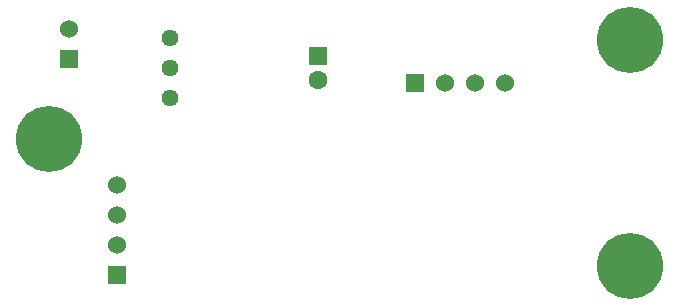
<source format=gbr>
%TF.GenerationSoftware,KiCad,Pcbnew,8.0.0*%
%TF.CreationDate,2024-04-17T17:19:10+02:00*%
%TF.ProjectId,VCU_Bis,5643555f-4269-4732-9e6b-696361645f70,rev?*%
%TF.SameCoordinates,Original*%
%TF.FileFunction,Soldermask,Bot*%
%TF.FilePolarity,Negative*%
%FSLAX46Y46*%
G04 Gerber Fmt 4.6, Leading zero omitted, Abs format (unit mm)*
G04 Created by KiCad (PCBNEW 8.0.0) date 2024-04-17 17:19:10*
%MOMM*%
%LPD*%
G01*
G04 APERTURE LIST*
%ADD10R,1.530000X1.530000*%
%ADD11C,1.530000*%
%ADD12R,1.600000X1.600000*%
%ADD13C,1.600000*%
%ADD14C,5.600000*%
%ADD15C,1.440000*%
G04 APERTURE END LIST*
D10*
%TO.C,J3*%
X139700000Y-73025000D03*
D11*
X139700000Y-70485000D03*
X139700000Y-67945000D03*
X139700000Y-65405000D03*
%TD*%
D12*
%TO.C,C1*%
X156768800Y-54533800D03*
D13*
X156768800Y-56533800D03*
%TD*%
D14*
%TO.C,*%
X183159400Y-72263000D03*
%TD*%
D15*
%TO.C,U1*%
X144240000Y-53019400D03*
X144240000Y-55559400D03*
X144240000Y-58099400D03*
%TD*%
D10*
%TO.C,J1*%
X164922200Y-56794400D03*
D11*
X167462200Y-56794400D03*
X170002200Y-56794400D03*
X172542200Y-56794400D03*
%TD*%
D14*
%TO.C,*%
X133985000Y-61518800D03*
%TD*%
%TO.C,*%
X183134000Y-53136800D03*
%TD*%
D10*
%TO.C,J4*%
X135661400Y-54762400D03*
D11*
X135661400Y-52222400D03*
%TD*%
M02*

</source>
